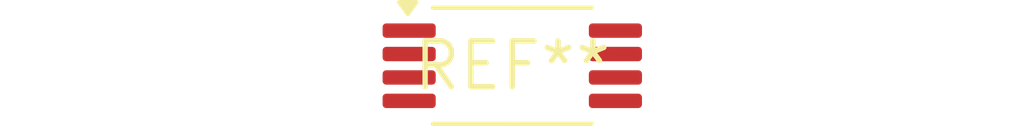
<source format=kicad_pcb>
(kicad_pcb (version 20240108) (generator pcbnew)
  (layers (0 "F.Cu" signal) (31 "B.Cu" signal) (34 "B.Paste" user) (35 "F.Paste" user) (36 "B.SilkS" user "B.Silkscreen") (37 "F.SilkS" user "F.Silkscreen") (38 "B.Mask" user) (39 "F.Mask" user) (44 "Edge.Cuts" user))
  (net 0 "")
  (footprint "TSSOP-8_4.4x3mm_P0.65mm" (layer "F.Cu") (at 0 0)
    (property "Reference" "REF**")
    (property "Value" "TSSOP-8_4.4x3mm_P0.65mm")
    (fp_line (start 0 -1.61) (end -2.2 -1.61) (layer "F.SilkS") (stroke (width 0.12)))
    (fp_line (start 0 -1.61) (end 2.2 -1.61) (layer "F.SilkS") (stroke (width 0.12)))
    (fp_line (start 0 1.61) (end -2.2 1.61) (layer "F.SilkS") (stroke (width 0.12)))
    (fp_line (start 0 1.61) (end 2.2 1.61) (layer "F.SilkS") (stroke (width 0.12)))
    (fp_poly (pts (xy -2.9 -1.435) (xy -3.14 -1.765) (xy -2.66 -1.765) (xy -2.9 -1.435)) (layer "F.SilkS") (stroke (width 0.12)) (fill solid))
    (pad "1" smd roundrect (at -2.8625 -0.975) (size 1.475 0.4) (layers "F.Cu" "F.Paste" "F.Mask"))
    (pad "2" smd roundrect (at -2.8625 -0.325) (size 1.475 0.4) (layers "F.Cu" "F.Paste" "F.Mask"))
    (pad "3" smd roundrect (at -2.8625 0.325) (size 1.475 0.4) (layers "F.Cu" "F.Paste" "F.Mask"))
    (pad "4" smd roundrect (at -2.8625 0.975) (size 1.475 0.4) (layers "F.Cu" "F.Paste" "F.Mask"))
    (pad "5" smd roundrect (at 2.8625 0.975) (size 1.475 0.4) (layers "F.Cu" "F.Paste" "F.Mask"))
    (pad "6" smd roundrect (at 2.8625 0.325) (size 1.475 0.4) (layers "F.Cu" "F.Paste" "F.Mask"))
    (pad "7" smd roundrect (at 2.8625 -0.325) (size 1.475 0.4) (layers "F.Cu" "F.Paste" "F.Mask"))
    (pad "8" smd roundrect (at 2.8625 -0.975) (size 1.475 0.4) (layers "F.Cu" "F.Paste" "F.Mask"))
  )
)
</source>
